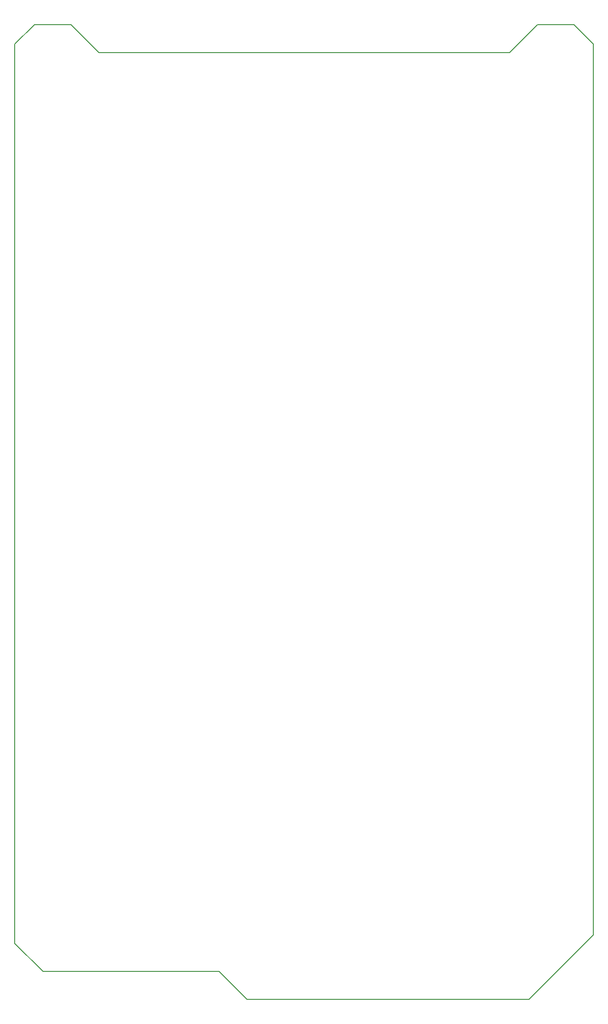
<source format=gm1>
G04 #@! TF.GenerationSoftware,KiCad,Pcbnew,(7.0.0)*
G04 #@! TF.CreationDate,2024-09-01T14:49:18+02:00*
G04 #@! TF.ProjectId,Routeur solaire  standard edition,526f7574-6575-4722-9073-6f6c61697265,rev?*
G04 #@! TF.SameCoordinates,Original*
G04 #@! TF.FileFunction,Profile,NP*
%FSLAX46Y46*%
G04 Gerber Fmt 4.6, Leading zero omitted, Abs format (unit mm)*
G04 Created by KiCad (PCBNEW (7.0.0)) date 2024-09-01 14:49:18*
%MOMM*%
%LPD*%
G01*
G04 APERTURE LIST*
G04 #@! TA.AperFunction,Profile*
%ADD10C,0.150000*%
G04 #@! TD*
G04 APERTURE END LIST*
D10*
X18755000Y-180840000D02*
X18755000Y-20210000D01*
X110755000Y-190840000D02*
X122255000Y-179340000D01*
X60255000Y-190840000D02*
X55255000Y-185840000D01*
X55255000Y-185840000D02*
X23755000Y-185840000D01*
X23755000Y-185840000D02*
X18755000Y-180840000D01*
X33755000Y-21710000D02*
X28755000Y-16710000D01*
X112255000Y-16710000D02*
X107255000Y-21710000D01*
X112255000Y-16710000D02*
X118755000Y-16710000D01*
X22255000Y-16710000D02*
X28755000Y-16710000D01*
X22255000Y-16710000D02*
X18755000Y-20210000D01*
X118755000Y-16710000D02*
X122255000Y-20210000D01*
X122255000Y-20210000D02*
X122255000Y-179340000D01*
X110755000Y-190840000D02*
X60255000Y-190840000D01*
X33755000Y-21710000D02*
X107255000Y-21710000D01*
M02*

</source>
